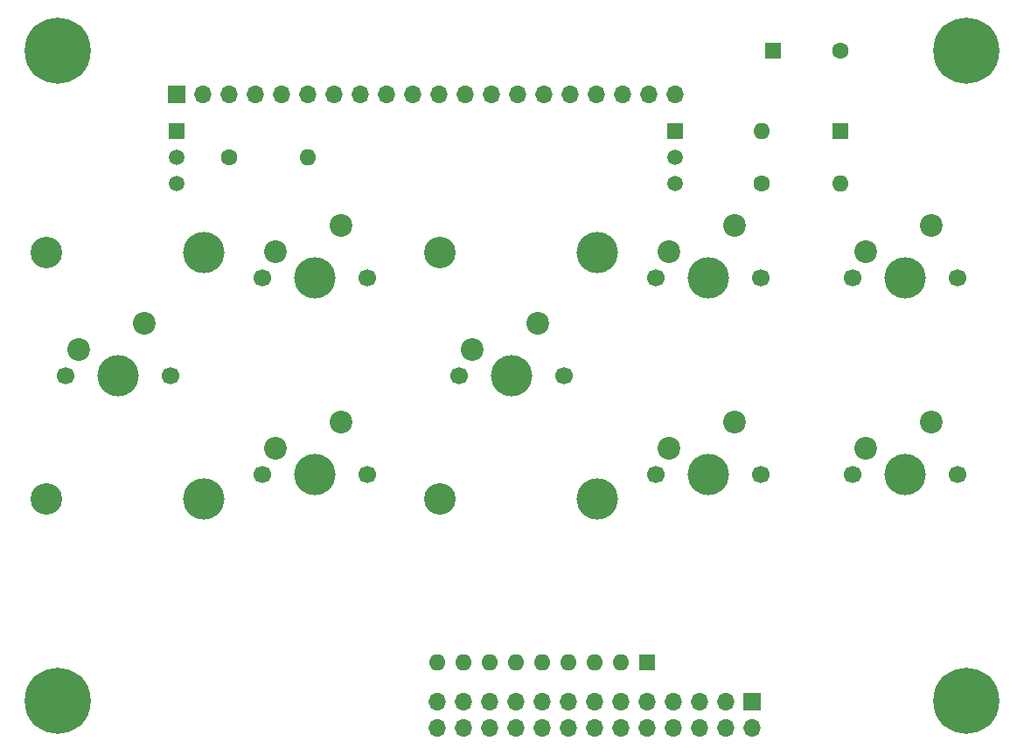
<source format=gts>
G04 #@! TF.GenerationSoftware,KiCad,Pcbnew,5.1.10*
G04 #@! TF.CreationDate,2022-03-31T14:38:23-07:00*
G04 #@! TF.ProjectId,Z-FIGHTER_Accessory_Board,5a2d4649-4748-4544-9552-5f4163636573,rev?*
G04 #@! TF.SameCoordinates,Original*
G04 #@! TF.FileFunction,Soldermask,Top*
G04 #@! TF.FilePolarity,Negative*
%FSLAX46Y46*%
G04 Gerber Fmt 4.6, Leading zero omitted, Abs format (unit mm)*
G04 Created by KiCad (PCBNEW 5.1.10) date 2022-03-31 14:38:23*
%MOMM*%
%LPD*%
G01*
G04 APERTURE LIST*
%ADD10O,1.700000X1.700000*%
%ADD11R,1.700000X1.700000*%
%ADD12C,2.200000*%
%ADD13C,4.000000*%
%ADD14C,1.700000*%
%ADD15C,3.050000*%
%ADD16R,1.600000X1.600000*%
%ADD17O,1.600000X1.600000*%
%ADD18C,6.400000*%
%ADD19C,1.600000*%
%ADD20R,1.500000X1.500000*%
%ADD21C,1.500000*%
G04 APERTURE END LIST*
D10*
X106780000Y-166649000D03*
X106780000Y-164109000D03*
X109320000Y-166649000D03*
X109320000Y-164109000D03*
X111860000Y-166649000D03*
X111860000Y-164109000D03*
X114400000Y-166649000D03*
X114400000Y-164109000D03*
X116940000Y-166649000D03*
X116940000Y-164109000D03*
X119480000Y-166649000D03*
X119480000Y-164109000D03*
X122020000Y-166649000D03*
X122020000Y-164109000D03*
X124560000Y-166649000D03*
X124560000Y-164109000D03*
X127100000Y-166649000D03*
X127100000Y-164109000D03*
X129640000Y-166649000D03*
X129640000Y-164109000D03*
X132180000Y-166649000D03*
X132180000Y-164109000D03*
X134720000Y-166649000D03*
X134720000Y-164109000D03*
X137260000Y-166649000D03*
D11*
X137260000Y-164109000D03*
X81500000Y-105224000D03*
D10*
X84040000Y-105224000D03*
X86580000Y-105224000D03*
X89120000Y-105224000D03*
X91660000Y-105224000D03*
X94200000Y-105224000D03*
X96740000Y-105224000D03*
X99280000Y-105224000D03*
X101820000Y-105224000D03*
X104360000Y-105224000D03*
X106900000Y-105224000D03*
X109440000Y-105224000D03*
X111980000Y-105224000D03*
X114520000Y-105224000D03*
X117060000Y-105224000D03*
X119600000Y-105224000D03*
X122140000Y-105224000D03*
X124680000Y-105224000D03*
X127220000Y-105224000D03*
X129760000Y-105224000D03*
D12*
X116540000Y-127420000D03*
X110190000Y-129960000D03*
D13*
X114000000Y-132500000D03*
D14*
X108920000Y-132500000D03*
X119080000Y-132500000D03*
D13*
X122240000Y-120600000D03*
X122240000Y-144400000D03*
D15*
X107000000Y-144400000D03*
X107000000Y-120600000D03*
D12*
X154640000Y-136945000D03*
X148290000Y-139485000D03*
D13*
X152100000Y-142025000D03*
D14*
X147020000Y-142025000D03*
X157180000Y-142025000D03*
D12*
X135590000Y-136945000D03*
X129240000Y-139485000D03*
D13*
X133050000Y-142025000D03*
D14*
X127970000Y-142025000D03*
X138130000Y-142025000D03*
D12*
X154640000Y-117895000D03*
X148290000Y-120435000D03*
D13*
X152100000Y-122975000D03*
D14*
X147020000Y-122975000D03*
X157180000Y-122975000D03*
D12*
X135590000Y-117895000D03*
X129240000Y-120435000D03*
D13*
X133050000Y-122975000D03*
D14*
X127970000Y-122975000D03*
X138130000Y-122975000D03*
X100030000Y-142025000D03*
X89870000Y-142025000D03*
D13*
X94950000Y-142025000D03*
D12*
X91140000Y-139485000D03*
X97490000Y-136945000D03*
X97490000Y-117895000D03*
X91140000Y-120435000D03*
D13*
X94950000Y-122975000D03*
D14*
X89870000Y-122975000D03*
X100030000Y-122975000D03*
D12*
X78440000Y-127420000D03*
X72090000Y-129960000D03*
D13*
X75900000Y-132500000D03*
D14*
X70820000Y-132500000D03*
X80980000Y-132500000D03*
D13*
X84140000Y-120600000D03*
X84140000Y-144400000D03*
D15*
X68900000Y-144400000D03*
X68900000Y-120600000D03*
D16*
X145825000Y-108780000D03*
D17*
X138205000Y-108780000D03*
D18*
X158000000Y-101000000D03*
D16*
X127100000Y-160261000D03*
D17*
X124560000Y-160261000D03*
X122020000Y-160261000D03*
X119480000Y-160261000D03*
X116940000Y-160261000D03*
X114400000Y-160261000D03*
X111860000Y-160261000D03*
X109320000Y-160261000D03*
X106780000Y-160261000D03*
D18*
X158000000Y-164000000D03*
X70000000Y-101000000D03*
X70000000Y-164000000D03*
D19*
X138205000Y-113860000D03*
D17*
X145825000Y-113860000D03*
X94200000Y-111320000D03*
D19*
X86580000Y-111320000D03*
D16*
X139325000Y-101000000D03*
D19*
X145825000Y-101000000D03*
D20*
X81500000Y-108780000D03*
D21*
X81500000Y-113860000D03*
X81500000Y-111320000D03*
D20*
X129760000Y-108780000D03*
D21*
X129760000Y-113860000D03*
X129760000Y-111320000D03*
M02*

</source>
